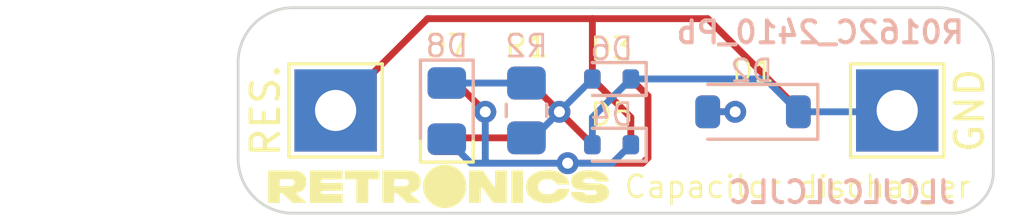
<source format=kicad_pcb>
(kicad_pcb (version 20221018) (generator pcbnew)
  (layers (0 "F.Cu" signal) (31 "B.Cu" signal) (34 "B.Paste" user) (35 "F.Paste" user) (36 "B.SilkS" user "B.Silkscreen") (37 "F.SilkS" user "F.Silkscreen") (38 "B.Mask" user) (39 "F.Mask" user) (44 "Edge.Cuts" user))
  (net 0 "")
  (net 1 "Net-(D1-K)")
  (net 2 "Net-(D1-A)")
  (net 3 "Net-(D2-K)")
  (net 4 "Net-(D3-K)")
  (net 5 "Net-(D5-A)")
  (net 6 "Net-(D7-K)")
  (net 7 "Net-(D8-K)")
  (footprint "TestPoint:TestPoint_THTPad_3.0x3.0mm_Drill1.5mm" (layer "F.Cu") (at 127.55 79.25)
    (fp_text reference "J1" hide)
    (fp_text value "To power resistors: 3x3.3kΩ 5W")
    (fp_line (start -1.7 -1.7) (end 1.7 -1.7) (stroke (width 0.12)) (layer "F.SilkS"))
    (fp_line (start -1.7 1.7) (end -1.7 -1.7) (stroke (width 0.12)) (layer "F.SilkS"))
    (fp_line (start 1.7 -1.7) (end 1.7 1.7) (stroke (width 0.12)) (layer "F.SilkS"))
    (fp_line (start 1.7 1.7) (end -1.7 1.7) (stroke (width 0.12)) (layer "F.SilkS"))
    (pad "1" thru_hole rect (at 0 0) (size 3 3) (drill 1.5) (layers "*.Cu" "*.Mask") (net 1 "Net-(D1-K)"))
  )
  (footprint "Resistor_SMD:R_0805_2012Metric_Pad1.20x1.40mm_HandSolder" (layer "F.Cu") (at 134.5 79.25 90)
    (fp_text reference "R1" (at 2.35 0 180) (layer "F.SilkS") (effects (font (size 0.8 0.8) (thickness 0.1))))
    (fp_text value "220Ω")
    (fp_line (start -0.227064 -0.735) (end 0.227064 -0.735) (stroke (width 0.12)) (layer "F.SilkS"))
    (fp_line (start -0.227064 0.735) (end 0.227064 0.735) (stroke (width 0.12)) (layer "F.SilkS"))
    (pad "1" smd roundrect (at -1 0 90) (size 1.2 1.4) (layers "F.Cu" "F.Paste" "F.Mask") (roundrect_rratio 0.2083333333) (net 6 "Net-(D7-K)"))
    (pad "2" smd roundrect (at 1 0 90) (size 1.2 1.4) (layers "F.Cu" "F.Paste" "F.Mask") (roundrect_rratio 0.2083333333) (net 5 "Net-(D5-A)"))
  )
  (footprint "Diode_SMD:D_SOD-523" (layer "F.Cu") (at 137.6 78.1 180)
    (fp_text reference "D3" (at 0 1.1) (layer "F.SilkS") (effects (font (size 0.8 0.8) (thickness 0.1))))
    (fp_text value "RB521S30")
    (fp_line (start -1.26 -0.6) (end -1.26 0.6) (stroke (width 0.12)) (layer "F.SilkS"))
    (fp_line (start 0.7 -0.6) (end -1.26 -0.6) (stroke (width 0.12)) (layer "F.SilkS"))
    (fp_line (start 0.7 0.6) (end -1.26 0.6) (stroke (width 0.12)) (layer "F.SilkS"))
    (pad "1" smd roundrect (at -0.7 0) (size 0.6 0.7) (layers "F.Cu" "F.Paste" "F.Mask") (net 4 "Net-(D3-K)"))
    (pad "2" smd roundrect (at 0.7 0) (size 0.6 0.7) (layers "F.Cu" "F.Paste" "F.Mask") (net 1 "Net-(D1-K)"))
  )
  (footprint "Diode_SMD:D_SOD-523" (layer "F.Cu") (at 137.6 80.5 180)
    (fp_text reference "D5" (at 0 1.1 180) (layer "F.SilkS") (effects (font (size 0.8 0.8) (thickness 0.1))))
    (fp_text value "RB521S30")
    (fp_line (start -1.26 -0.6) (end -1.26 0.6) (stroke (width 0.12)) (layer "F.SilkS"))
    (fp_line (start 0.7 -0.6) (end -1.26 -0.6) (stroke (width 0.12)) (layer "F.SilkS"))
    (fp_line (start 0.7 0.6) (end -1.26 0.6) (stroke (width 0.12)) (layer "F.SilkS"))
    (pad "1" smd roundrect (at -0.7 0) (size 0.6 0.7) (layers "F.Cu" "F.Paste" "F.Mask") (net 1 "Net-(D1-K)"))
    (pad "2" smd roundrect (at 0.7 0) (size 0.6 0.7) (layers "F.Cu" "F.Paste" "F.Mask") (net 5 "Net-(D5-A)"))
  )
  (footprint "LED_SMD:LED_0805_2012Metric_Pad1.15x1.40mm_HandSolder" (layer "F.Cu") (at 131.6 79.275 90)
    (fp_text reference "D7" (at 2.375 0 180) (layer "F.SilkS") (effects (font (size 0.8 0.8) (thickness 0.1))))
    (fp_text value "0805 Blue")
    (fp_line (start -1.86 -0.96) (end -1.86 0.96) (stroke (width 0.12)) (layer "F.SilkS"))
    (fp_line (start -1.86 0.96) (end 1 0.96) (stroke (width 0.12)) (layer "F.SilkS"))
    (fp_line (start 1 -0.96) (end -1.86 -0.96) (stroke (width 0.12)) (layer "F.SilkS"))
    (pad "1" smd roundrect (at -1.025 0 90) (size 1.15 1.4) (layers "F.Cu" "F.Paste" "F.Mask") (roundrect_rratio 0.2173913043) (net 6 "Net-(D7-K)"))
    (pad "2" smd roundrect (at 1.025 0 90) (size 1.15 1.4) (layers "F.Cu" "F.Paste" "F.Mask") (roundrect_rratio 0.2173913043) (net 4 "Net-(D3-K)"))
  )
  (footprint "Icons_Graphics:retronics_logo_14mm" (layer "F.Cu") (at 131.3 82)
    (fp_text reference "G***" hide)
    (fp_text value "LOGO" hide)
    (fp_poly (pts (xy 3.075737 0.626332) (xy 2.650726 0.626332) (xy 2.650726 -0.559225) (xy 3.075737 -0.559225)) (fill solid) (layer "F.SilkS"))
    (fp_poly (pts (xy -2.147424 -0.234875) (xy -2.561251 -0.234875) (xy -2.561251 0.626332) (xy -2.997446 0.626332) (xy -2.997446 -0.234875) (xy -3.411273 -0.234875) (xy -3.411273 -0.559225) (xy -2.147424 -0.559225)) (fill solid) (layer "F.SilkS"))
    (fp_poly (pts (xy -3.489564 -0.235169) (xy -3.872634 -0.232226) (xy -4.255703 -0.229283) (xy -4.262411 -0.100661) (xy -3.489564 -0.100661) (xy -3.489564 0.178658) (xy -3.872634 0.181601) (xy -4.255703 0.184544) (xy -4.259083 0.243262) (xy -4.262464 0.301981) (xy -3.489564 0.301981) (xy -3.489564 0.626332) (xy -4.686306 0.626332) (xy -4.686306 -0.559225) (xy -3.489564 -0.559225)) (fill solid) (layer "F.SilkS"))
    (fp_poly (pts (xy 2.482959 0.626332) (xy 2.234104 0.626061) (xy 1.985248 0.62579) (xy 1.773232 0.329508) (xy 1.72178 0.258205) (xy 1.674126 0.193305) (xy 1.631884 0.13692) (xy 1.596672 0.091163) (xy 1.570106 0.058147) (xy 1.553801 0.039984) (xy 1.549542 0.037113) (xy 1.545434 0.049662) (xy 1.54191 0.084007) (xy 1.538998 0.139585) (xy 1.536727 0.21583) (xy 1.535123 0.312177) (xy 1.534887 0.333665) (xy 1.531905 0.626332) (xy 1.107265 0.626332) (xy 1.107265 -0.559225) (xy 1.361713 -0.558961) (xy 1.61616 -0.558696) (xy 1.823073 -0.25158) (xy 1.873029 -0.178031) (xy 1.919479 -0.110788) (xy 1.96086 -0.052026) (xy 1.995609 -0.003919) (xy 2.022161 0.031356) (xy 2.038955 0.051626) (xy 2.043967 0.055729) (xy 2.048295 0.050927) (xy 2.051697 0.035077) (xy 2.054261 0.00621) (xy 2.056078 -0.037641) (xy 2.057236 -0.098443) (xy 2.057825 -0.178166) (xy 2.057948 -0.251652) (xy 2.057948 -0.559225) (xy 2.482959 -0.559225)) (fill solid) (layer "F.SilkS"))
    (fp_poly (pts (xy 0.308238 -0.767339) (xy 0.386893 -0.755606) (xy 0.437524 -0.741689) (xy 0.497781 -0.72075) (xy 0.55762 -0.696408) (xy 0.581049 -0.685638) (xy 0.632714 -0.659367) (xy 0.674606 -0.633782) (xy 0.713581 -0.603884) (xy 0.756495 -0.564672) (xy 0.783822 -0.537763) (xy 0.830169 -0.48985) (xy 0.864494 -0.449592) (xy 0.891795 -0.410132) (xy 0.917074 -0.364614) (xy 0.931696 -0.334991) (xy 0.975414 -0.231291) (xy 1.002701 -0.133519) (xy 1.015112 -0.034302) (xy 1.014965 0.060004) (xy 0.997762 0.19148) (xy 0.960581 0.315089) (xy 0.904933 0.429092) (xy 0.832332 0.531748) (xy 0.74429 0.621315) (xy 0.642318 0.696053) (xy 0.527929 0.75422) (xy 0.402635 0.794077) (xy 0.37161 0.800629) (xy 0.306832 0.809678) (xy 0.235839 0.814219) (xy 0.16791 0.813969) (xy 0.112323 0.808645) (xy 0.111845 0.808563) (xy -0.021371 0.774817) (xy -0.143963 0.722282) (xy -0.254434 0.652049) (xy -0.351285 0.56521) (xy -0.433015 0.462855) (xy -0.484725 0.374111) (xy -0.53325 0.253816) (xy -0.5608 0.130999) (xy -0.56828 0.007801) (xy -0.556592 -0.113639) (xy -0.526641 -0.231183) (xy -0.479329 -0.34269) (xy -0.41556 -0.446022) (xy -0.336238 -0.539038) (xy -0.242266 -0.619599) (xy -0.134548 -0.685567) (xy -0.016777 -0.733911) (xy 0.086992 -0.758553) (xy 0.198263 -0.769854)) (fill solid) (layer "F.SilkS"))
    (fp_poly (pts (xy -5.723668 -0.559141) (xy -5.610297 -0.558846) (xy -5.504408 -0.558036) (xy -5.4084 -0.556761) (xy -5.324675 -0.555072) (xy -5.255634 -0.553018) (xy -5.203677 -0.55065) (xy -5.171204 -0.54802) (xy -5.167239 -0.547463) (xy -5.069038 -0.522415) (xy -4.984002 -0.481263) (xy -4.913761 -0.42513) (xy -4.859948 -0.355138) (xy -4.844229 -0.325318) (xy -4.830596 -0.293602) (xy -4.821943 -0.264295) (xy -4.817181 -0.230697) (xy -4.815218 -0.186105) (xy -4.814928 -0.145134) (xy -4.815404 -0.090742) (xy -4.817715 -0.051801) (xy -4.82318 -0.021399) (xy -4.83312 0.007377) (xy -4.848855 0.041438) (xy -4.851668 0.047168) (xy -4.898197 0.119645) (xy -4.959296 0.17659) (xy -5.036248 0.218936) (xy -5.125808 0.246629) (xy -5.161129 0.255423) (xy -5.186406 0.263492) (xy -5.194979 0.268068) (xy -5.188073 0.276978) (xy -5.166348 0.298221) (xy -5.13209 0.32972) (xy -5.087588 0.369395) (xy -5.035129 0.415169) (xy -4.997011 0.447923) (xy -4.794693 0.620739) (xy -5.054529 0.623744) (xy -5.314365 0.626748) (xy -5.5048 0.444792) (xy -5.565802 0.386734) (xy -5.613139 0.342457) (xy -5.649153 0.310115) (xy -5.676186 0.287866) (xy -5.696582 0.273866) (xy -5.712684 0.26627) (xy -5.726833 0.263235) (xy -5.736014 0.262835) (xy -5.776795 0.262835) (xy -5.779868 0.444583) (xy -5.782941 0.626332) (xy -6.207398 0.626332) (xy -6.207398 0.011184) (xy -5.78312 0.011184) (xy -5.567452 0.011167) (xy -5.489839 0.010886) (xy -5.431132 0.009881) (xy -5.387872 0.007886) (xy -5.356602 0.004636) (xy -5.333862 -0.000135) (xy -5.316194 -0.006694) (xy -5.312638 -0.008406) (xy -5.277631 -0.037123) (xy -5.256957 -0.077241) (xy -5.250833 -0.122811) (xy -5.259473 -0.167885) (xy -5.283093 -0.206514) (xy -5.304818 -0.22429) (xy -5.318861 -0.231889) (xy -5.334872 -0.237428) (xy -5.356288 -0.241166) (xy -5.386551 -0.243361) (xy -5.429098 -0.244271) (xy -5.48737 -0.244155) (xy -5.558697 -0.243353) (xy -5.776795 -0.240467) (xy -5.779957 -0.114642) (xy -5.78312 0.011184) (xy -6.207398 0.011184) (xy -6.207398 -0.559225)) (fill solid) (layer "F.SilkS"))
    (fp_poly (pts (xy -1.563034 -0.559141) (xy -1.449663 -0.558846) (xy -1.343774 -0.558036) (xy -1.247766 -0.556761) (xy -1.164041 -0.555072) (xy -1.095 -0.553018) (xy -1.043043 -0.55065) (xy -1.01057 -0.54802) (xy -1.006605 -0.547463) (xy -0.908404 -0.522415) (xy -0.823368 -0.481263) (xy -0.753127 -0.42513) (xy -0.699314 -0.355138) (xy -0.683595 -0.325318) (xy -0.669962 -0.293602) (xy -0.661309 -0.264295) (xy -0.656546 -0.230697) (xy -0.654584 -0.186105) (xy -0.654294 -0.145134) (xy -0.65477 -0.090742) (xy -0.657081 -0.051801) (xy -0.662546 -0.021399) (xy -0.672486 0.007377) (xy -0.688221 0.041438) (xy -0.691034 0.047168) (xy -0.737563 0.119645) (xy -0.798662 0.17659) (xy -0.875614 0.218936) (xy -0.965174 0.246629) (xy -1.000495 0.255423) (xy -1.025772 0.263492) (xy -1.034345 0.268068) (xy -1.027439 0.276978) (xy -1.005714 0.298221) (xy -0.971456 0.32972) (xy -0.926954 0.369395) (xy -0.874495 0.415169) (xy -0.836377 0.447923) (xy -0.634059 0.620739) (xy -0.893895 0.623744) (xy -1.153731 0.626748) (xy -1.344166 0.444792) (xy -1.405168 0.386734) (xy -1.452505 0.342457) (xy -1.488518 0.310115) (xy -1.515552 0.287866) (xy -1.535948 0.273866) (xy -1.552049 0.26627) (xy -1.566199 0.263235) (xy -1.57538 0.262835) (xy -1.616161 0.262835) (xy -1.619234 0.444583) (xy -1.622307 0.626332) (xy -2.046764 0.626332) (xy -2.046764 0.011184) (xy -1.622486 0.011184) (xy -1.406818 0.011167) (xy -1.329205 0.010886) (xy -1.270498 0.009881) (xy -1.227238 0.007886) (xy -1.195968 0.004636) (xy -1.173228 -0.000135) (xy -1.15556 -0.006694) (xy -1.152004 -0.008406) (xy -1.116997 -0.037123) (xy -1.096323 -0.077241) (xy -1.090199 -0.122811) (xy -1.098839 -0.167885) (xy -1.122459 -0.206514) (xy -1.144184 -0.22429) (xy -1.158227 -0.231889) (xy -1.174238 -0.237428) (xy -1.195654 -0.241166) (xy -1.225917 -0.243361) (xy -1.268464 -0.244271) (xy -1.326736 -0.244155) (xy -1.398063 -0.243353) (xy -1.616161 -0.240467) (xy -1.619323 -0.114642) (xy -1.622486 0.011184) (xy -2.046764 0.011184) (xy -2.046764 -0.559225)) (fill solid) (layer "F.SilkS"))
    (fp_poly (pts (xy 4.096773 -0.56052) (xy 4.17723 -0.552939) (xy 4.233254 -0.543427) (xy 4.351917 -0.509371) (xy 4.458389 -0.463119) (xy 4.551021 -0.406086) (xy 4.628164 -0.339687) (xy 4.688168 -0.265337) (xy 4.729384 -0.184452) (xy 4.749971 -0.100099) (xy 4.756528 -0.044738) (xy 4.532034 -0.044738) (xy 4.455831 -0.044829) (xy 4.39902 -0.045298) (xy 4.358625 -0.046442) (xy 4.33167 -0.048557) (xy 4.315177 -0.051941) (xy 4.306172 -0.05689) (xy 4.301676 -0.063701) (xy 4.300207 -0.067842) (xy 4.288454 -0.090271) (xy 4.267627 -0.1192) (xy 4.258518 -0.130075) (xy 4.204367 -0.175915) (xy 4.135611 -0.209929) (xy 4.056976 -0.231547) (xy 3.973186 -0.240197) (xy 3.888968 -0.235311) (xy 3.809047 -0.216317) (xy 3.752399 -0.191156) (xy 3.696707 -0.147942) (xy 3.656068 -0.091729) (xy 3.631351 -0.026811) (xy 3.623424 0.042514) (xy 3.633155 0.111951) (xy 3.661412 0.177204) (xy 3.674147 0.196015) (xy 3.718806 0.238557) (xy 3.779362 0.271345) (xy 3.851296 0.293766) (xy 3.930086 0.305203) (xy 4.011214 0.305042) (xy 4.090159 0.292669) (xy 4.162401 0.267467) (xy 4.170435 0.263536) (xy 4.215154 0.235104) (xy 4.255996 0.199036) (xy 4.286941 0.161298) (xy 4.300207 0.134948) (xy 4.303574 0.127107) (xy 4.309982 0.121275) (xy 4.322408 0.117155) (xy 4.34383 0.114451) (xy 4.377224 0.112865) (xy 4.425568 0.1121) (xy 4.491839 0.11186) (xy 4.53193 0.111845) (xy 4.756321 0.111845) (xy 4.750829 0.16057) (xy 4.738677 0.213311) (xy 4.715121 0.273949) (xy 4.683973 0.333979) (xy 4.651799 0.381476) (xy 4.593615 0.440586) (xy 4.517757 0.495523) (xy 4.42886 0.543763) (xy 4.331557 0.58278) (xy 4.233333 0.609467) (xy 4.172521 0.619069) (xy 4.097908 0.626385) (xy 4.016503 0.631141) (xy 3.935315 0.633064) (xy 3.861352 0.631879) (xy 3.801624 0.627313) (xy 3.795885 0.626545) (xy 3.665135 0.59965) (xy 3.546594 0.558326) (xy 3.441996 0.503575) (xy 3.353075 0.436397) (xy 3.281564 0.357796) (xy 3.251265 0.311763) (xy 3.212565 0.224105) (xy 3.190275 0.126435) (xy 3.184268 0.023802) (xy 3.194417 -0.078741) (xy 3.220594 -0.176145) (xy 3.262673 -0.263359) (xy 3.265878 -0.268436) (xy 3.325626 -0.342389) (xy 3.404242 -0.409176) (xy 3.498869 -0.466956) (xy 3.606649 -0.513891) (xy 3.685292 -0.538485) (xy 3.748216 -0.550699) (xy 3.827006 -0.559065) (xy 3.915482 -0.563528) (xy 4.007464 -0.564032)) (fill solid) (layer "F.SilkS"))
    (fp_poly (pts (xy 5.623007 -0.561476) (xy 5.719382 -0.549594) (xy 5.7992 -0.534806) (xy 5.868227 -0.515683) (xy 5.932227 -0.490797) (xy 5.959308 -0.478129) (xy 6.044126 -0.426368) (xy 6.111507 -0.363206) (xy 6.160197 -0.290156) (xy 6.188942 -0.208732) (xy 6.190981 -0.198525) (xy 6.198702 -0.156583) (xy 5.758573 -0.156583) (xy 5.731376 -0.188906) (xy 5.692766 -0.221893) (xy 5.639361 -0.24535) (xy 5.568823 -0.260077) (xy 5.507287 -0.265661) (xy 5.429308 -0.26643) (xy 5.368775 -0.258517) (xy 5.322225 -0.241188) (xy 5.293064 -0.220363) (xy 5.271434 -0.188542) (xy 5.269362 -0.154503) (xy 5.28656 -0.12422) (xy 5.298148 -0.114899) (xy 5.309984 -0.108711) (xy 5.326345 -0.103747) (xy 5.349977 -0.099777) (xy 5.383626 -0.096573) (xy 5.430038 -0.093906) (xy 5.491959 -0.091547) (xy 5.572134 -0.089267) (xy 5.619702 -0.08809) (xy 5.711391 -0.085706) (xy 5.783952 -0.083274) (xy 5.840624 -0.080524) (xy 5.884648 -0.077185) (xy 5.919263 -0.072987) (xy 5.947709 -0.067658) (xy 5.973225 -0.060929) (xy 5.983707 -0.057664) (xy 6.057409 -0.026081) (xy 6.114167 0.016976) (xy 6.157824 0.074713) (xy 6.170285 0.098092) (xy 6.187055 0.135923) (xy 6.196467 0.16969) (xy 6.200367 0.208701) (xy 6.200742 0.251651) (xy 6.196473 0.319583) (xy 6.185664 0.371065) (xy 6.180967 0.383318) (xy 6.148323 0.437285) (xy 6.101707 0.489824) (xy 6.048517 0.532902) (xy 6.036108 0.540641) (xy 5.960167 0.5756) (xy 5.866408 0.602951) (xy 5.758199 0.622277) (xy 5.638904 0.633161) (xy 5.51189 0.635184) (xy 5.380521 0.627929) (xy 5.353776 0.625302) (xy 5.23242 0.605576) (xy 5.122313 0.573754) (xy 5.026254 0.530939) (xy 4.947042 0.478232) (xy 4.921022 0.454941) (xy 4.881622 0.408387) (xy 4.849381 0.35529) (xy 4.82787 0.302585) (xy 4.820628 0.260039) (xy 4.820519 0.22369) (xy 5.246974 0.22369) (xy 5.274367 0.256244) (xy 5.312476 0.287536) (xy 5.367859 0.310538) (xy 5.441923 0.325695) (xy 5.516627 0.332529) (xy 5.604095 0.333507) (xy 5.671485 0.325564) (xy 5.719324 0.308482) (xy 5.748139 0.282044) (xy 5.758459 0.246033) (xy 5.758008 0.233124) (xy 5.750716 0.204596) (xy 5.731323 0.185134) (xy 5.715279 0.176173) (xy 5.698463 0.169255) (xy 5.677398 0.164144) (xy 5.648671 0.160583) (xy 5.608868 0.158315) (xy 5.554578 0.157081) (xy 5.482386 0.156624) (xy 5.456049 0.1566) (xy 5.332544 0.155214) (xy 5.228916 0.150749) (xy 5.142824 0.142713) (xy 5.071924 0.130614) (xy 5.013875 0.113957) (xy 4.966336 0.092253) (xy 4.926963 0.065006) (xy 4.900603 0.039794) (xy 4.855966 -0.024351) (xy 4.829862 -0.097316) (xy 4.822467 -0.175136) (xy 4.833956 -0.253848) (xy 4.864506 -0.329489) (xy 4.882904 -0.359161) (xy 4.933435 -0.413947) (xy 5.002709 -0.461623) (xy 5.088027 -0.501452) (xy 5.186689 -0.532696) (xy 5.295996 -0.554617) (xy 5.413249 -0.566476) (xy 5.535747 -0.567537)) (fill solid) (layer "F.SilkS"))
  )
  (footprint "TestPoint:TestPoint_THTPad_3.0x3.0mm_Drill1.5mm" (layer "F.Cu") (at 148 79.25)
    (fp_text reference "J2" hide)
    (fp_text value "Ground wire")
    (fp_line (start -1.7 -1.7) (end 1.7 -1.7) (stroke (width 0.12)) (layer "F.SilkS"))
    (fp_line (start -1.7 1.7) (end -1.7 -1.7) (stroke (width 0.12)) (layer "F.SilkS"))
    (fp_line (start 1.7 -1.7) (end 1.7 1.7) (stroke (width 0.12)) (layer "F.SilkS"))
    (fp_line (start 1.7 1.7) (end -1.7 1.7) (stroke (width 0.12)) (layer "F.SilkS"))
    (pad "1" thru_hole rect locked (at 0 0) (size 3 3) (drill 1.5) (layers "*.Cu" "*.Mask") (net 3 "Net-(D2-K)"))
  )
  (footprint "Diode_SMD:D_SOD-123" (layer "F.Cu") (at 142.75 79.3 180)
    (fp_text reference "D1" (at 0 1.5 180) (layer "F.SilkS") (effects (font (size 0.8 0.8) (thickness 0.1))))
    (fp_text value " 4.3V 0.5W")
    (fp_line (start -2.36 -1) (end -2.36 1) (stroke (width 0.12)) (layer "F.SilkS"))
    (fp_line (start -2.36 -1) (end 1.65 -1) (stroke (width 0.12)) (layer "F.SilkS"))
    (fp_line (start -2.36 1) (end 1.65 1) (stroke (width 0.12)) (layer "F.SilkS"))
    (pad "1" smd roundrect (at -1.65 0 180) (size 0.9 1.2) (layers "F.Cu" "F.Paste" "F.Mask") (net 1 "Net-(D1-K)"))
    (pad "2" smd roundrect (at 1.65 0 180) (size 0.9 1.2) (layers "F.Cu" "F.Paste" "F.Mask") (net 2 "Net-(D1-A)"))
  )
  (footprint "Diode_SMD:D_SOD-523" (layer "B.Cu") (at 137.6 80.5 180)
    (fp_text reference "D4" (at 0 1.1 180) (layer "B.SilkS") (effects (font (size 0.8 0.8) (thickness 0.1)) (justify mirror)))
    (fp_text value "RB521S30")
    (fp_line (start -1.26 0.6) (end -1.26 -0.6) (stroke (width 0.12)) (layer "B.SilkS"))
    (fp_line (start 0.7 -0.6) (end -1.26 -0.6) (stroke (width 0.12)) (layer "B.SilkS"))
    (fp_line (start 0.7 0.6) (end -1.26 0.6) (stroke (width 0.12)) (layer "B.SilkS"))
    (pad "1" smd roundrect (at -0.7 0) (size 0.6 0.7) (layers "B.Cu" "B.Paste" "B.Mask") (net 4 "Net-(D3-K)"))
    (pad "2" smd roundrect (at 0.7 0) (size 0.6 0.7) (layers "B.Cu" "B.Paste" "B.Mask") (net 3 "Net-(D2-K)"))
  )
  (footprint "Diode_SMD:D_SOD-523" (layer "B.Cu") (at 137.6 78.1 180)
    (fp_text reference "D6" (at 0 1.1 180) (layer "B.SilkS") (effects (font (size 0.8 0.8) (thickness 0.1)) (justify mirror)))
    (fp_text value "RB521S30")
    (fp_line (start -1.26 0.6) (end -1.26 -0.6) (stroke (width 0.12)) (layer "B.SilkS"))
    (fp_line (start 0.7 -0.6) (end -1.26 -0.6) (stroke (width 0.12)) (layer "B.SilkS"))
    (fp_line (start 0.7 0.6) (end -1.26 0.6) (stroke (width 0.12)) (layer "B.SilkS"))
    (pad "1" smd roundrect (at -0.7 0) (size 0.6 0.7) (layers "B.Cu" "B.Paste" "B.Mask") (net 3 "Net-(D2-K)"))
    (pad "2" smd roundrect (at 0.7 0) (size 0.6 0.7) (layers "B.Cu" "B.Paste" "B.Mask") (net 5 "Net-(D5-A)"))
  )
  (footprint "Diode_SMD:D_SOD-123" (layer "B.Cu") (at 142.75 79.3 180)
    (fp_text reference "D2" (at 0.05 1.5 180) (layer "B.SilkS") (effects (font (size 0.8 0.8) (thickness 0.1)) (justify mirror)))
    (fp_text value "4.3V 0.5W")
    (fp_line (start -2.36 -1) (end 1.65 -1) (stroke (width 0.12)) (layer "B.SilkS"))
    (fp_line (start -2.36 1) (end -2.36 -1) (stroke (width 0.12)) (layer "B.SilkS"))
    (fp_line (start -2.36 1) (end 1.65 1) (stroke (width 0.12)) (layer "B.SilkS"))
    (pad "1" smd roundrect (at -1.65 0 180) (size 0.9 1.2) (layers "B.Cu" "B.Paste" "B.Mask") (net 3 "Net-(D2-K)"))
    (pad "2" smd roundrect (at 1.65 0 180) (size 0.9 1.2) (layers "B.Cu" "B.Paste" "B.Mask") (net 2 "Net-(D1-A)"))
  )
  (footprint "LED_SMD:LED_0805_2012Metric_Pad1.15x1.40mm_HandSolder" (layer "B.Cu") (at 131.6 79.2725 -90)
    (fp_text reference "D8" (at -2.3725 0) (layer "B.SilkS") (effects (font (size 0.8 0.8) (thickness 0.1)) (justify mirror)))
    (fp_text value "0805 Blue")
    (fp_line (start -1.86 -0.96) (end 1 -0.96) (stroke (width 0.12)) (layer "B.SilkS"))
    (fp_line (start -1.86 0.96) (end -1.86 -0.96) (stroke (width 0.12)) (layer "B.SilkS"))
    (fp_line (start 1 0.96) (end -1.86 0.96) (stroke (width 0.12)) (layer "B.SilkS"))
    (pad "1" smd roundrect (at -1.025 0 270) (size 1.15 1.4) (layers "B.Cu" "B.Paste" "B.Mask") (roundrect_rratio 0.2173913043) (net 7 "Net-(D8-K)"))
    (pad "2" smd roundrect (at 1.025 0 270) (size 1.15 1.4) (layers "B.Cu" "B.Paste" "B.Mask") (roundrect_rratio 0.2173913043) (net 4 "Net-(D3-K)"))
  )
  (footprint "Resistor_SMD:R_0805_2012Metric_Pad1.20x1.40mm_HandSolder" (layer "B.Cu") (at 134.5 79.25 -90)
    (fp_text reference "R2" (at -2.35 0 -180) (layer "B.SilkS") (effects (font (size 0.8 0.8) (thickness 0.1)) (justify mirror)))
    (fp_text value "220Ω")
    (fp_line (start -0.227064 -0.735) (end 0.227064 -0.735) (stroke (width 0.12)) (layer "B.SilkS"))
    (fp_line (start -0.227064 0.735) (end 0.227064 0.735) (stroke (width 0.12)) (layer "B.SilkS"))
    (pad "1" smd roundrect (at -1 0 270) (size 1.2 1.4) (layers "B.Cu" "B.Paste" "B.Mask") (roundrect_rratio 0.2083333333) (net 7 "Net-(D8-K)"))
    (pad "2" smd roundrect (at 1 0 270) (size 1.2 1.4) (layers "B.Cu" "B.Paste" "B.Mask") (roundrect_rratio 0.2083333333) (net 5 "Net-(D5-A)"))
  )
  (gr_line (start 150 83) (end 126 83) (stroke (width 0.1)) (layer "Edge.Cuts"))
  (gr_line (start 124 81) (end 124 77.5) (stroke (width 0.1)) (layer "Edge.Cuts"))
  (gr_arc (start 149.5 75.5) (mid 150.914214 76.085786) (end 151.5 77.5) (stroke (width 0.1)) (layer "Edge.Cuts"))
  (gr_arc (start 124 77.5) (mid 124.585786 76.085786) (end 126 75.5) (stroke (width 0.1)) (layer "Edge.Cuts"))
  (gr_line (start 151.5 77.5) (end 151.5 81.5) (stroke (width 0.1)) (layer "Edge.Cuts"))
  (gr_arc (start 126 83) (mid 124.585786 82.414214) (end 124 81) (stroke (width 0.1)) (layer "Edge.Cuts"))
  (gr_line (start 126 75.5) (end 149.5 75.5) (stroke (width 0.1)) (layer "Edge.Cuts"))
  (gr_arc (start 151.5 81.5) (mid 151.06066 82.56066) (end 150 83) (stroke (width 0.1)) (layer "Edge.Cuts"))
  (gr_text "JLCJLCJLCJLC" (at 150.2 82.7) (layer "B.SilkS") (effects (font (size 0.8 0.8)) (justify left bottom mirror)))
  (gr_text "R0162C_2410_Pb\n" (at 145.2 76.4) (layer "B.SilkS") (effects (font (size 0.8 0.8) (thickness 0.15) bold) (justify mirror)))
  (gr_text "RES." (at 125 79.25 90) (layer "F.SilkS") (effects (font (size 1 1))))
  (gr_text "Capacitor discharger" (at 138 82.5) (layer "F.SilkS") (effects (font (size 0.8 0.8) (thickness 0.1)) (justify left bottom)))
  (gr_text "GND" (at 150.638913 79.250001 90) (layer "F.SilkS") (effects (font (size 1 1))))
  (segment (start 130.9 75.9) (end 136.9 75.9) (width 0.25) (layer "F.Cu") (net 1))
  (segment (start 127.55 79.25) (end 130.9 75.9) (width 0.25) (layer "F.Cu") (net 1))
  (segment (start 138.3 79.5) (end 136.9 78.1) (width 0.25) (layer "F.Cu") (net 1))
  (segment (start 144.4 79.2) (end 144.4 79.3) (width 0.25) (layer "F.Cu") (net 1))
  (segment (start 136.9 75.9) (end 141.1 75.9) (width 0.25) (layer "F.Cu") (net 1))
  (segment (start 138.3 80.5) (end 138.3 79.5) (width 0.25) (layer "F.Cu") (net 1))
  (segment (start 136.9 78.1) (end 136.9 75.9) (width 0.25) (layer "F.Cu") (net 1))
  (segment (start 141.1 75.9) (end 144.4 79.2) (width 0.25) (layer "F.Cu") (net 1))
  (segment (start 142.1 79.3) (end 141.1 79.3) (width 0.25) (layer "F.Cu") (net 2))
  (via (at 142.1 79.3) (size 0.8) (drill 0.4) (layers "F.Cu" "B.Cu") (net 2))
  (segment (start 141.1 79.3) (end 142.1 79.3) (width 0.25) (layer "B.Cu") (net 2))
  (segment (start 136.9 80.5) (end 136.9 79.5) (width 0.25) (layer "B.Cu") (net 3))
  (segment (start 138.3 78.1) (end 143.2 78.1) (width 0.25) (layer "B.Cu") (net 3))
  (segment (start 147.95 79.3) (end 148 79.25) (width 0.25) (layer "B.Cu") (net 3))
  (segment (start 136.9 79.5) (end 138.3 78.1) (width 0.25) (layer "B.Cu") (net 3))
  (segment (start 144.4 79.3) (end 147.95 79.3) (width 0.25) (layer "B.Cu") (net 3))
  (segment (start 143.2 78.1) (end 144.4 79.3) (width 0.25) (layer "B.Cu") (net 3))
  (segment (start 131.6 78.25) (end 131.95 78.25) (width 0.25) (layer "F.Cu") (net 4))
  (segment (start 138.925 78.725) (end 138.3 78.1) (width 0.25) (layer "F.Cu") (net 4))
  (segment (start 136 81.175) (end 138.725 81.175) (width 0.25) (layer "F.Cu") (net 4))
  (segment (start 138.925 80.975) (end 138.925 78.725) (width 0.25) (layer "F.Cu") (net 4))
  (segment (start 138.725 81.175) (end 138.925 80.975) (width 0.25) (layer "F.Cu") (net 4))
  (segment (start 131.95 78.25) (end 133 79.3) (width 0.25) (layer "F.Cu") (net 4))
  (via (at 136 81.175) (size 0.8) (drill 0.4) (layers "F.Cu" "B.Cu") (net 4))
  (via (at 133 79.3) (size 0.8) (drill 0.4) (layers "F.Cu" "B.Cu") (net 4))
  (segment (start 133 79.3) (end 133 81.075) (width 0.25) (layer "B.Cu") (net 4))
  (segment (start 133.1 81.175) (end 132.4775 81.175) (width 0.25) (layer "B.Cu") (net 4))
  (segment (start 132.4775 81.175) (end 131.6 80.2975) (width 0.25) (layer "B.Cu") (net 4))
  (segment (start 137.625 81.175) (end 133.1 81.175) (width 0.25) (layer "B.Cu") (net 4))
  (segment (start 133 81.075) (end 133.1 81.175) (width 0.25) (layer "B.Cu") (net 4))
  (segment (start 138.3 80.5) (end 137.625 81.175) (width 0.25) (layer "B.Cu") (net 4))
  (segment (start 134.65 78.25) (end 134.5 78.25) (width 0.25) (layer "F.Cu") (net 5))
  (segment (start 135.7 79.3) (end 134.65 78.25) (width 0.25) (layer "F.Cu") (net 5))
  (segment (start 136.9 80.5) (end 135.7 79.3) (width 0.25) (layer "F.Cu") (net 5))
  (via (at 135.7 79.3) (size 0.8) (drill 0.4) (layers "F.Cu" "B.Cu") (net 5))
  (segment (start 135.7 79.3) (end 134.75 80.25) (width 0.25) (layer "B.Cu") (net 5))
  (segment (start 134.75 80.25) (end 134.5 80.25) (width 0.25) (layer "B.Cu") (net 5))
  (segment (start 135.7 79.3) (end 136.9 78.1) (width 0.25) (layer "B.Cu") (net 5))
  (segment (start 134.5 80.25) (end 131.65 80.25) (width 0.25) (layer "F.Cu") (net 6))
  (segment (start 131.65 80.25) (end 131.6 80.3) (width 0.25) (layer "F.Cu") (net 6))
  (segment (start 134.5 78.25) (end 131.6025 78.25) (width 0.25) (layer "B.Cu") (net 7))
  (segment (start 131.6025 78.25) (end 131.6 78.2475) (width 0.25) (layer "B.Cu") (net 7))
)
</source>
